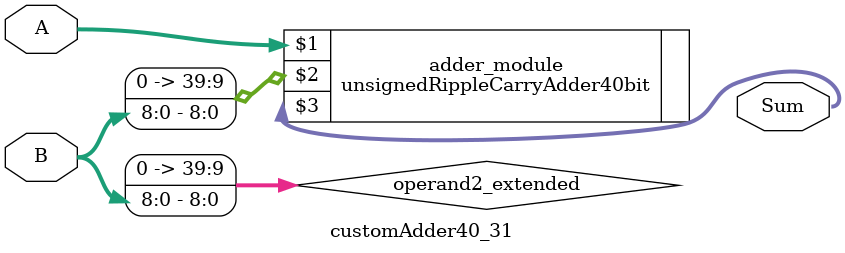
<source format=v>
module customAdder40_31(
                        input [39 : 0] A,
                        input [8 : 0] B,
                        
                        output [40 : 0] Sum
                );

        wire [39 : 0] operand2_extended;
        
        assign operand2_extended =  {31'b0, B};
        
        unsignedRippleCarryAdder40bit adder_module(
            A,
            operand2_extended,
            Sum
        );
        
        endmodule
        
</source>
